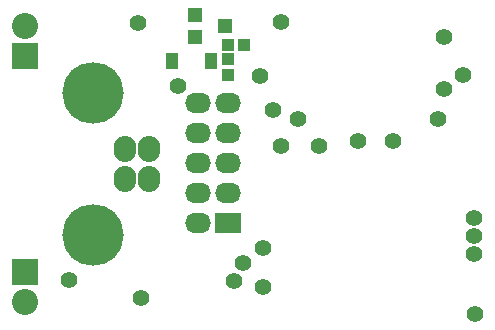
<source format=gts>
%FSLAX44Y44*%
%MOMM*%
G71*
G01*
G75*
G04 Layer_Color=8388736*
%ADD10R,0.9100X1.2200*%
%ADD11R,1.0000X1.0000*%
%ADD12R,0.8000X0.9000*%
%ADD13R,0.9000X0.8000*%
%ADD14C,0.3000*%
%ADD15C,0.5000*%
%ADD16O,2.0000X1.5000*%
%ADD17R,2.0000X1.5000*%
%ADD18O,1.7000X2.0000*%
%ADD19C,5.0000*%
%ADD20C,2.0000*%
%ADD21R,2.0000X2.0000*%
%ADD22C,1.2000*%
%ADD23O,0.6000X2.3500*%
%ADD24O,0.3500X2.1000*%
%ADD25R,1.4000X1.1000*%
%ADD26R,1.1132X1.4232*%
%ADD27R,1.2032X1.2032*%
%ADD28R,1.0032X1.1032*%
%ADD29R,1.1032X1.0032*%
%ADD30O,2.2032X1.7032*%
%ADD31R,2.2032X1.7032*%
%ADD32O,1.9032X2.2032*%
%ADD33C,5.2032*%
%ADD34C,2.2032*%
%ADD35R,2.2032X2.2032*%
%ADD36C,1.4032*%
D26*
X687350Y722000D02*
D03*
X654650D02*
D03*
D27*
X674000Y761000D02*
D03*
Y742000D02*
D03*
X699500Y751500D02*
D03*
D28*
X716000Y736000D02*
D03*
X702000D02*
D03*
D29*
X702000Y724000D02*
D03*
Y710000D02*
D03*
D30*
X676600Y686600D02*
D03*
X702000D02*
D03*
X676600Y661200D02*
D03*
X702000D02*
D03*
X676600Y635800D02*
D03*
X702000D02*
D03*
X676600Y610400D02*
D03*
X702000D02*
D03*
X676600Y585000D02*
D03*
D31*
X702000D02*
D03*
D32*
X615100Y622500D02*
D03*
Y647500D02*
D03*
X635100D02*
D03*
Y622500D02*
D03*
D33*
X588000Y574800D02*
D03*
Y695200D02*
D03*
D34*
X530000Y751700D02*
D03*
Y518300D02*
D03*
D35*
Y726300D02*
D03*
Y543700D02*
D03*
D36*
X567000Y537000D02*
D03*
X626000Y754000D02*
D03*
X628000Y521000D02*
D03*
X880000Y673000D02*
D03*
X911000Y508000D02*
D03*
X747000Y650000D02*
D03*
X885000Y742000D02*
D03*
X747000Y755000D02*
D03*
X729000Y709000D02*
D03*
X659999Y700999D02*
D03*
X714999Y550999D02*
D03*
X707000Y536000D02*
D03*
X740000Y681000D02*
D03*
X732000Y531000D02*
D03*
Y564000D02*
D03*
X761000Y673000D02*
D03*
X778998Y649999D02*
D03*
X812000Y654000D02*
D03*
X901000Y710000D02*
D03*
X885000Y698000D02*
D03*
X910000Y589000D02*
D03*
Y574000D02*
D03*
Y559000D02*
D03*
X842000Y654000D02*
D03*
M02*

</source>
